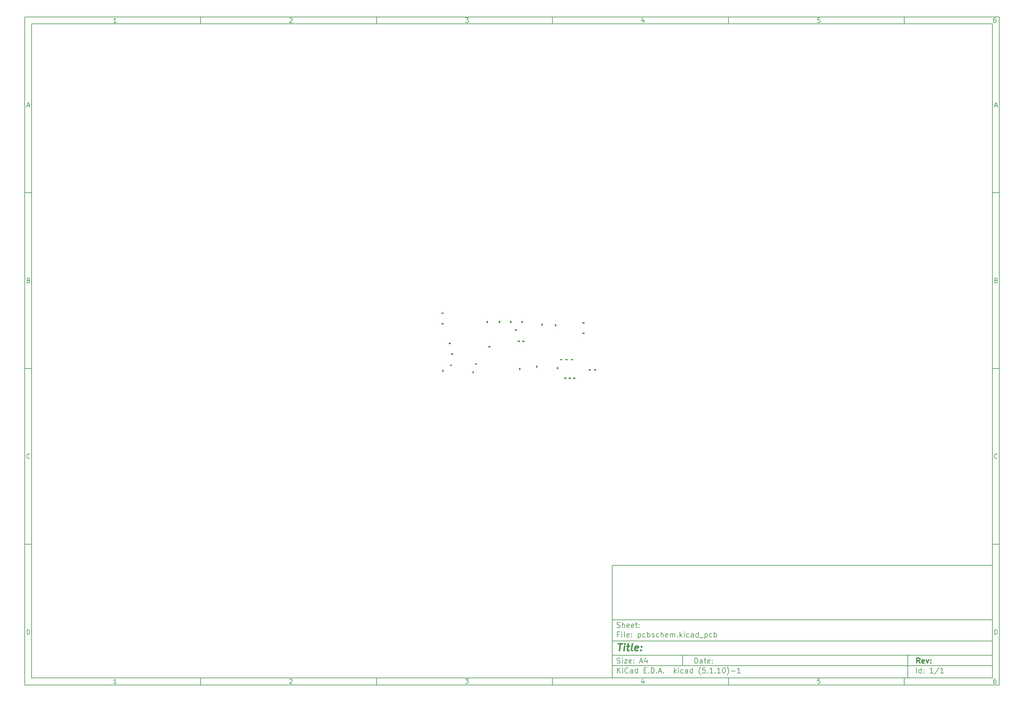
<source format=gbr>
%TF.GenerationSoftware,KiCad,Pcbnew,(5.1.10)-1*%
%TF.CreationDate,2021-10-05T18:10:51-07:00*%
%TF.ProjectId,pcbschem,70636273-6368-4656-9d2e-6b696361645f,rev?*%
%TF.SameCoordinates,Original*%
%TF.FileFunction,Glue,Top*%
%TF.FilePolarity,Positive*%
%FSLAX46Y46*%
G04 Gerber Fmt 4.6, Leading zero omitted, Abs format (unit mm)*
G04 Created by KiCad (PCBNEW (5.1.10)-1) date 2021-10-05 18:10:51*
%MOMM*%
%LPD*%
G01*
G04 APERTURE LIST*
%ADD10C,0.100000*%
%ADD11C,0.150000*%
%ADD12C,0.300000*%
%ADD13C,0.400000*%
G04 APERTURE END LIST*
D10*
D11*
X177002200Y-166007200D02*
X177002200Y-198007200D01*
X285002200Y-198007200D01*
X285002200Y-166007200D01*
X177002200Y-166007200D01*
D10*
D11*
X10000000Y-10000000D02*
X10000000Y-200007200D01*
X287002200Y-200007200D01*
X287002200Y-10000000D01*
X10000000Y-10000000D01*
D10*
D11*
X12000000Y-12000000D02*
X12000000Y-198007200D01*
X285002200Y-198007200D01*
X285002200Y-12000000D01*
X12000000Y-12000000D01*
D10*
D11*
X60000000Y-12000000D02*
X60000000Y-10000000D01*
D10*
D11*
X110000000Y-12000000D02*
X110000000Y-10000000D01*
D10*
D11*
X160000000Y-12000000D02*
X160000000Y-10000000D01*
D10*
D11*
X210000000Y-12000000D02*
X210000000Y-10000000D01*
D10*
D11*
X260000000Y-12000000D02*
X260000000Y-10000000D01*
D10*
D11*
X36065476Y-11588095D02*
X35322619Y-11588095D01*
X35694047Y-11588095D02*
X35694047Y-10288095D01*
X35570238Y-10473809D01*
X35446428Y-10597619D01*
X35322619Y-10659523D01*
D10*
D11*
X85322619Y-10411904D02*
X85384523Y-10350000D01*
X85508333Y-10288095D01*
X85817857Y-10288095D01*
X85941666Y-10350000D01*
X86003571Y-10411904D01*
X86065476Y-10535714D01*
X86065476Y-10659523D01*
X86003571Y-10845238D01*
X85260714Y-11588095D01*
X86065476Y-11588095D01*
D10*
D11*
X135260714Y-10288095D02*
X136065476Y-10288095D01*
X135632142Y-10783333D01*
X135817857Y-10783333D01*
X135941666Y-10845238D01*
X136003571Y-10907142D01*
X136065476Y-11030952D01*
X136065476Y-11340476D01*
X136003571Y-11464285D01*
X135941666Y-11526190D01*
X135817857Y-11588095D01*
X135446428Y-11588095D01*
X135322619Y-11526190D01*
X135260714Y-11464285D01*
D10*
D11*
X185941666Y-10721428D02*
X185941666Y-11588095D01*
X185632142Y-10226190D02*
X185322619Y-11154761D01*
X186127380Y-11154761D01*
D10*
D11*
X236003571Y-10288095D02*
X235384523Y-10288095D01*
X235322619Y-10907142D01*
X235384523Y-10845238D01*
X235508333Y-10783333D01*
X235817857Y-10783333D01*
X235941666Y-10845238D01*
X236003571Y-10907142D01*
X236065476Y-11030952D01*
X236065476Y-11340476D01*
X236003571Y-11464285D01*
X235941666Y-11526190D01*
X235817857Y-11588095D01*
X235508333Y-11588095D01*
X235384523Y-11526190D01*
X235322619Y-11464285D01*
D10*
D11*
X285941666Y-10288095D02*
X285694047Y-10288095D01*
X285570238Y-10350000D01*
X285508333Y-10411904D01*
X285384523Y-10597619D01*
X285322619Y-10845238D01*
X285322619Y-11340476D01*
X285384523Y-11464285D01*
X285446428Y-11526190D01*
X285570238Y-11588095D01*
X285817857Y-11588095D01*
X285941666Y-11526190D01*
X286003571Y-11464285D01*
X286065476Y-11340476D01*
X286065476Y-11030952D01*
X286003571Y-10907142D01*
X285941666Y-10845238D01*
X285817857Y-10783333D01*
X285570238Y-10783333D01*
X285446428Y-10845238D01*
X285384523Y-10907142D01*
X285322619Y-11030952D01*
D10*
D11*
X60000000Y-198007200D02*
X60000000Y-200007200D01*
D10*
D11*
X110000000Y-198007200D02*
X110000000Y-200007200D01*
D10*
D11*
X160000000Y-198007200D02*
X160000000Y-200007200D01*
D10*
D11*
X210000000Y-198007200D02*
X210000000Y-200007200D01*
D10*
D11*
X260000000Y-198007200D02*
X260000000Y-200007200D01*
D10*
D11*
X36065476Y-199595295D02*
X35322619Y-199595295D01*
X35694047Y-199595295D02*
X35694047Y-198295295D01*
X35570238Y-198481009D01*
X35446428Y-198604819D01*
X35322619Y-198666723D01*
D10*
D11*
X85322619Y-198419104D02*
X85384523Y-198357200D01*
X85508333Y-198295295D01*
X85817857Y-198295295D01*
X85941666Y-198357200D01*
X86003571Y-198419104D01*
X86065476Y-198542914D01*
X86065476Y-198666723D01*
X86003571Y-198852438D01*
X85260714Y-199595295D01*
X86065476Y-199595295D01*
D10*
D11*
X135260714Y-198295295D02*
X136065476Y-198295295D01*
X135632142Y-198790533D01*
X135817857Y-198790533D01*
X135941666Y-198852438D01*
X136003571Y-198914342D01*
X136065476Y-199038152D01*
X136065476Y-199347676D01*
X136003571Y-199471485D01*
X135941666Y-199533390D01*
X135817857Y-199595295D01*
X135446428Y-199595295D01*
X135322619Y-199533390D01*
X135260714Y-199471485D01*
D10*
D11*
X185941666Y-198728628D02*
X185941666Y-199595295D01*
X185632142Y-198233390D02*
X185322619Y-199161961D01*
X186127380Y-199161961D01*
D10*
D11*
X236003571Y-198295295D02*
X235384523Y-198295295D01*
X235322619Y-198914342D01*
X235384523Y-198852438D01*
X235508333Y-198790533D01*
X235817857Y-198790533D01*
X235941666Y-198852438D01*
X236003571Y-198914342D01*
X236065476Y-199038152D01*
X236065476Y-199347676D01*
X236003571Y-199471485D01*
X235941666Y-199533390D01*
X235817857Y-199595295D01*
X235508333Y-199595295D01*
X235384523Y-199533390D01*
X235322619Y-199471485D01*
D10*
D11*
X285941666Y-198295295D02*
X285694047Y-198295295D01*
X285570238Y-198357200D01*
X285508333Y-198419104D01*
X285384523Y-198604819D01*
X285322619Y-198852438D01*
X285322619Y-199347676D01*
X285384523Y-199471485D01*
X285446428Y-199533390D01*
X285570238Y-199595295D01*
X285817857Y-199595295D01*
X285941666Y-199533390D01*
X286003571Y-199471485D01*
X286065476Y-199347676D01*
X286065476Y-199038152D01*
X286003571Y-198914342D01*
X285941666Y-198852438D01*
X285817857Y-198790533D01*
X285570238Y-198790533D01*
X285446428Y-198852438D01*
X285384523Y-198914342D01*
X285322619Y-199038152D01*
D10*
D11*
X10000000Y-60000000D02*
X12000000Y-60000000D01*
D10*
D11*
X10000000Y-110000000D02*
X12000000Y-110000000D01*
D10*
D11*
X10000000Y-160000000D02*
X12000000Y-160000000D01*
D10*
D11*
X10690476Y-35216666D02*
X11309523Y-35216666D01*
X10566666Y-35588095D02*
X11000000Y-34288095D01*
X11433333Y-35588095D01*
D10*
D11*
X11092857Y-84907142D02*
X11278571Y-84969047D01*
X11340476Y-85030952D01*
X11402380Y-85154761D01*
X11402380Y-85340476D01*
X11340476Y-85464285D01*
X11278571Y-85526190D01*
X11154761Y-85588095D01*
X10659523Y-85588095D01*
X10659523Y-84288095D01*
X11092857Y-84288095D01*
X11216666Y-84350000D01*
X11278571Y-84411904D01*
X11340476Y-84535714D01*
X11340476Y-84659523D01*
X11278571Y-84783333D01*
X11216666Y-84845238D01*
X11092857Y-84907142D01*
X10659523Y-84907142D01*
D10*
D11*
X11402380Y-135464285D02*
X11340476Y-135526190D01*
X11154761Y-135588095D01*
X11030952Y-135588095D01*
X10845238Y-135526190D01*
X10721428Y-135402380D01*
X10659523Y-135278571D01*
X10597619Y-135030952D01*
X10597619Y-134845238D01*
X10659523Y-134597619D01*
X10721428Y-134473809D01*
X10845238Y-134350000D01*
X11030952Y-134288095D01*
X11154761Y-134288095D01*
X11340476Y-134350000D01*
X11402380Y-134411904D01*
D10*
D11*
X10659523Y-185588095D02*
X10659523Y-184288095D01*
X10969047Y-184288095D01*
X11154761Y-184350000D01*
X11278571Y-184473809D01*
X11340476Y-184597619D01*
X11402380Y-184845238D01*
X11402380Y-185030952D01*
X11340476Y-185278571D01*
X11278571Y-185402380D01*
X11154761Y-185526190D01*
X10969047Y-185588095D01*
X10659523Y-185588095D01*
D10*
D11*
X287002200Y-60000000D02*
X285002200Y-60000000D01*
D10*
D11*
X287002200Y-110000000D02*
X285002200Y-110000000D01*
D10*
D11*
X287002200Y-160000000D02*
X285002200Y-160000000D01*
D10*
D11*
X285692676Y-35216666D02*
X286311723Y-35216666D01*
X285568866Y-35588095D02*
X286002200Y-34288095D01*
X286435533Y-35588095D01*
D10*
D11*
X286095057Y-84907142D02*
X286280771Y-84969047D01*
X286342676Y-85030952D01*
X286404580Y-85154761D01*
X286404580Y-85340476D01*
X286342676Y-85464285D01*
X286280771Y-85526190D01*
X286156961Y-85588095D01*
X285661723Y-85588095D01*
X285661723Y-84288095D01*
X286095057Y-84288095D01*
X286218866Y-84350000D01*
X286280771Y-84411904D01*
X286342676Y-84535714D01*
X286342676Y-84659523D01*
X286280771Y-84783333D01*
X286218866Y-84845238D01*
X286095057Y-84907142D01*
X285661723Y-84907142D01*
D10*
D11*
X286404580Y-135464285D02*
X286342676Y-135526190D01*
X286156961Y-135588095D01*
X286033152Y-135588095D01*
X285847438Y-135526190D01*
X285723628Y-135402380D01*
X285661723Y-135278571D01*
X285599819Y-135030952D01*
X285599819Y-134845238D01*
X285661723Y-134597619D01*
X285723628Y-134473809D01*
X285847438Y-134350000D01*
X286033152Y-134288095D01*
X286156961Y-134288095D01*
X286342676Y-134350000D01*
X286404580Y-134411904D01*
D10*
D11*
X285661723Y-185588095D02*
X285661723Y-184288095D01*
X285971247Y-184288095D01*
X286156961Y-184350000D01*
X286280771Y-184473809D01*
X286342676Y-184597619D01*
X286404580Y-184845238D01*
X286404580Y-185030952D01*
X286342676Y-185278571D01*
X286280771Y-185402380D01*
X286156961Y-185526190D01*
X285971247Y-185588095D01*
X285661723Y-185588095D01*
D10*
D11*
X200434342Y-193785771D02*
X200434342Y-192285771D01*
X200791485Y-192285771D01*
X201005771Y-192357200D01*
X201148628Y-192500057D01*
X201220057Y-192642914D01*
X201291485Y-192928628D01*
X201291485Y-193142914D01*
X201220057Y-193428628D01*
X201148628Y-193571485D01*
X201005771Y-193714342D01*
X200791485Y-193785771D01*
X200434342Y-193785771D01*
X202577200Y-193785771D02*
X202577200Y-193000057D01*
X202505771Y-192857200D01*
X202362914Y-192785771D01*
X202077200Y-192785771D01*
X201934342Y-192857200D01*
X202577200Y-193714342D02*
X202434342Y-193785771D01*
X202077200Y-193785771D01*
X201934342Y-193714342D01*
X201862914Y-193571485D01*
X201862914Y-193428628D01*
X201934342Y-193285771D01*
X202077200Y-193214342D01*
X202434342Y-193214342D01*
X202577200Y-193142914D01*
X203077200Y-192785771D02*
X203648628Y-192785771D01*
X203291485Y-192285771D02*
X203291485Y-193571485D01*
X203362914Y-193714342D01*
X203505771Y-193785771D01*
X203648628Y-193785771D01*
X204720057Y-193714342D02*
X204577200Y-193785771D01*
X204291485Y-193785771D01*
X204148628Y-193714342D01*
X204077200Y-193571485D01*
X204077200Y-193000057D01*
X204148628Y-192857200D01*
X204291485Y-192785771D01*
X204577200Y-192785771D01*
X204720057Y-192857200D01*
X204791485Y-193000057D01*
X204791485Y-193142914D01*
X204077200Y-193285771D01*
X205434342Y-193642914D02*
X205505771Y-193714342D01*
X205434342Y-193785771D01*
X205362914Y-193714342D01*
X205434342Y-193642914D01*
X205434342Y-193785771D01*
X205434342Y-192857200D02*
X205505771Y-192928628D01*
X205434342Y-193000057D01*
X205362914Y-192928628D01*
X205434342Y-192857200D01*
X205434342Y-193000057D01*
D10*
D11*
X177002200Y-194507200D02*
X285002200Y-194507200D01*
D10*
D11*
X178434342Y-196585771D02*
X178434342Y-195085771D01*
X179291485Y-196585771D02*
X178648628Y-195728628D01*
X179291485Y-195085771D02*
X178434342Y-195942914D01*
X179934342Y-196585771D02*
X179934342Y-195585771D01*
X179934342Y-195085771D02*
X179862914Y-195157200D01*
X179934342Y-195228628D01*
X180005771Y-195157200D01*
X179934342Y-195085771D01*
X179934342Y-195228628D01*
X181505771Y-196442914D02*
X181434342Y-196514342D01*
X181220057Y-196585771D01*
X181077200Y-196585771D01*
X180862914Y-196514342D01*
X180720057Y-196371485D01*
X180648628Y-196228628D01*
X180577200Y-195942914D01*
X180577200Y-195728628D01*
X180648628Y-195442914D01*
X180720057Y-195300057D01*
X180862914Y-195157200D01*
X181077200Y-195085771D01*
X181220057Y-195085771D01*
X181434342Y-195157200D01*
X181505771Y-195228628D01*
X182791485Y-196585771D02*
X182791485Y-195800057D01*
X182720057Y-195657200D01*
X182577200Y-195585771D01*
X182291485Y-195585771D01*
X182148628Y-195657200D01*
X182791485Y-196514342D02*
X182648628Y-196585771D01*
X182291485Y-196585771D01*
X182148628Y-196514342D01*
X182077200Y-196371485D01*
X182077200Y-196228628D01*
X182148628Y-196085771D01*
X182291485Y-196014342D01*
X182648628Y-196014342D01*
X182791485Y-195942914D01*
X184148628Y-196585771D02*
X184148628Y-195085771D01*
X184148628Y-196514342D02*
X184005771Y-196585771D01*
X183720057Y-196585771D01*
X183577200Y-196514342D01*
X183505771Y-196442914D01*
X183434342Y-196300057D01*
X183434342Y-195871485D01*
X183505771Y-195728628D01*
X183577200Y-195657200D01*
X183720057Y-195585771D01*
X184005771Y-195585771D01*
X184148628Y-195657200D01*
X186005771Y-195800057D02*
X186505771Y-195800057D01*
X186720057Y-196585771D02*
X186005771Y-196585771D01*
X186005771Y-195085771D01*
X186720057Y-195085771D01*
X187362914Y-196442914D02*
X187434342Y-196514342D01*
X187362914Y-196585771D01*
X187291485Y-196514342D01*
X187362914Y-196442914D01*
X187362914Y-196585771D01*
X188077200Y-196585771D02*
X188077200Y-195085771D01*
X188434342Y-195085771D01*
X188648628Y-195157200D01*
X188791485Y-195300057D01*
X188862914Y-195442914D01*
X188934342Y-195728628D01*
X188934342Y-195942914D01*
X188862914Y-196228628D01*
X188791485Y-196371485D01*
X188648628Y-196514342D01*
X188434342Y-196585771D01*
X188077200Y-196585771D01*
X189577200Y-196442914D02*
X189648628Y-196514342D01*
X189577200Y-196585771D01*
X189505771Y-196514342D01*
X189577200Y-196442914D01*
X189577200Y-196585771D01*
X190220057Y-196157200D02*
X190934342Y-196157200D01*
X190077200Y-196585771D02*
X190577200Y-195085771D01*
X191077200Y-196585771D01*
X191577200Y-196442914D02*
X191648628Y-196514342D01*
X191577200Y-196585771D01*
X191505771Y-196514342D01*
X191577200Y-196442914D01*
X191577200Y-196585771D01*
X194577200Y-196585771D02*
X194577200Y-195085771D01*
X194720057Y-196014342D02*
X195148628Y-196585771D01*
X195148628Y-195585771D02*
X194577200Y-196157200D01*
X195791485Y-196585771D02*
X195791485Y-195585771D01*
X195791485Y-195085771D02*
X195720057Y-195157200D01*
X195791485Y-195228628D01*
X195862914Y-195157200D01*
X195791485Y-195085771D01*
X195791485Y-195228628D01*
X197148628Y-196514342D02*
X197005771Y-196585771D01*
X196720057Y-196585771D01*
X196577200Y-196514342D01*
X196505771Y-196442914D01*
X196434342Y-196300057D01*
X196434342Y-195871485D01*
X196505771Y-195728628D01*
X196577200Y-195657200D01*
X196720057Y-195585771D01*
X197005771Y-195585771D01*
X197148628Y-195657200D01*
X198434342Y-196585771D02*
X198434342Y-195800057D01*
X198362914Y-195657200D01*
X198220057Y-195585771D01*
X197934342Y-195585771D01*
X197791485Y-195657200D01*
X198434342Y-196514342D02*
X198291485Y-196585771D01*
X197934342Y-196585771D01*
X197791485Y-196514342D01*
X197720057Y-196371485D01*
X197720057Y-196228628D01*
X197791485Y-196085771D01*
X197934342Y-196014342D01*
X198291485Y-196014342D01*
X198434342Y-195942914D01*
X199791485Y-196585771D02*
X199791485Y-195085771D01*
X199791485Y-196514342D02*
X199648628Y-196585771D01*
X199362914Y-196585771D01*
X199220057Y-196514342D01*
X199148628Y-196442914D01*
X199077200Y-196300057D01*
X199077200Y-195871485D01*
X199148628Y-195728628D01*
X199220057Y-195657200D01*
X199362914Y-195585771D01*
X199648628Y-195585771D01*
X199791485Y-195657200D01*
X202077200Y-197157200D02*
X202005771Y-197085771D01*
X201862914Y-196871485D01*
X201791485Y-196728628D01*
X201720057Y-196514342D01*
X201648628Y-196157200D01*
X201648628Y-195871485D01*
X201720057Y-195514342D01*
X201791485Y-195300057D01*
X201862914Y-195157200D01*
X202005771Y-194942914D01*
X202077200Y-194871485D01*
X203362914Y-195085771D02*
X202648628Y-195085771D01*
X202577200Y-195800057D01*
X202648628Y-195728628D01*
X202791485Y-195657200D01*
X203148628Y-195657200D01*
X203291485Y-195728628D01*
X203362914Y-195800057D01*
X203434342Y-195942914D01*
X203434342Y-196300057D01*
X203362914Y-196442914D01*
X203291485Y-196514342D01*
X203148628Y-196585771D01*
X202791485Y-196585771D01*
X202648628Y-196514342D01*
X202577200Y-196442914D01*
X204077200Y-196442914D02*
X204148628Y-196514342D01*
X204077200Y-196585771D01*
X204005771Y-196514342D01*
X204077200Y-196442914D01*
X204077200Y-196585771D01*
X205577200Y-196585771D02*
X204720057Y-196585771D01*
X205148628Y-196585771D02*
X205148628Y-195085771D01*
X205005771Y-195300057D01*
X204862914Y-195442914D01*
X204720057Y-195514342D01*
X206220057Y-196442914D02*
X206291485Y-196514342D01*
X206220057Y-196585771D01*
X206148628Y-196514342D01*
X206220057Y-196442914D01*
X206220057Y-196585771D01*
X207720057Y-196585771D02*
X206862914Y-196585771D01*
X207291485Y-196585771D02*
X207291485Y-195085771D01*
X207148628Y-195300057D01*
X207005771Y-195442914D01*
X206862914Y-195514342D01*
X208648628Y-195085771D02*
X208791485Y-195085771D01*
X208934342Y-195157200D01*
X209005771Y-195228628D01*
X209077200Y-195371485D01*
X209148628Y-195657200D01*
X209148628Y-196014342D01*
X209077200Y-196300057D01*
X209005771Y-196442914D01*
X208934342Y-196514342D01*
X208791485Y-196585771D01*
X208648628Y-196585771D01*
X208505771Y-196514342D01*
X208434342Y-196442914D01*
X208362914Y-196300057D01*
X208291485Y-196014342D01*
X208291485Y-195657200D01*
X208362914Y-195371485D01*
X208434342Y-195228628D01*
X208505771Y-195157200D01*
X208648628Y-195085771D01*
X209648628Y-197157200D02*
X209720057Y-197085771D01*
X209862914Y-196871485D01*
X209934342Y-196728628D01*
X210005771Y-196514342D01*
X210077200Y-196157200D01*
X210077200Y-195871485D01*
X210005771Y-195514342D01*
X209934342Y-195300057D01*
X209862914Y-195157200D01*
X209720057Y-194942914D01*
X209648628Y-194871485D01*
X210791485Y-196014342D02*
X211934342Y-196014342D01*
X213434342Y-196585771D02*
X212577200Y-196585771D01*
X213005771Y-196585771D02*
X213005771Y-195085771D01*
X212862914Y-195300057D01*
X212720057Y-195442914D01*
X212577200Y-195514342D01*
D10*
D11*
X177002200Y-191507200D02*
X285002200Y-191507200D01*
D10*
D12*
X264411485Y-193785771D02*
X263911485Y-193071485D01*
X263554342Y-193785771D02*
X263554342Y-192285771D01*
X264125771Y-192285771D01*
X264268628Y-192357200D01*
X264340057Y-192428628D01*
X264411485Y-192571485D01*
X264411485Y-192785771D01*
X264340057Y-192928628D01*
X264268628Y-193000057D01*
X264125771Y-193071485D01*
X263554342Y-193071485D01*
X265625771Y-193714342D02*
X265482914Y-193785771D01*
X265197200Y-193785771D01*
X265054342Y-193714342D01*
X264982914Y-193571485D01*
X264982914Y-193000057D01*
X265054342Y-192857200D01*
X265197200Y-192785771D01*
X265482914Y-192785771D01*
X265625771Y-192857200D01*
X265697200Y-193000057D01*
X265697200Y-193142914D01*
X264982914Y-193285771D01*
X266197200Y-192785771D02*
X266554342Y-193785771D01*
X266911485Y-192785771D01*
X267482914Y-193642914D02*
X267554342Y-193714342D01*
X267482914Y-193785771D01*
X267411485Y-193714342D01*
X267482914Y-193642914D01*
X267482914Y-193785771D01*
X267482914Y-192857200D02*
X267554342Y-192928628D01*
X267482914Y-193000057D01*
X267411485Y-192928628D01*
X267482914Y-192857200D01*
X267482914Y-193000057D01*
D10*
D11*
X178362914Y-193714342D02*
X178577200Y-193785771D01*
X178934342Y-193785771D01*
X179077200Y-193714342D01*
X179148628Y-193642914D01*
X179220057Y-193500057D01*
X179220057Y-193357200D01*
X179148628Y-193214342D01*
X179077200Y-193142914D01*
X178934342Y-193071485D01*
X178648628Y-193000057D01*
X178505771Y-192928628D01*
X178434342Y-192857200D01*
X178362914Y-192714342D01*
X178362914Y-192571485D01*
X178434342Y-192428628D01*
X178505771Y-192357200D01*
X178648628Y-192285771D01*
X179005771Y-192285771D01*
X179220057Y-192357200D01*
X179862914Y-193785771D02*
X179862914Y-192785771D01*
X179862914Y-192285771D02*
X179791485Y-192357200D01*
X179862914Y-192428628D01*
X179934342Y-192357200D01*
X179862914Y-192285771D01*
X179862914Y-192428628D01*
X180434342Y-192785771D02*
X181220057Y-192785771D01*
X180434342Y-193785771D01*
X181220057Y-193785771D01*
X182362914Y-193714342D02*
X182220057Y-193785771D01*
X181934342Y-193785771D01*
X181791485Y-193714342D01*
X181720057Y-193571485D01*
X181720057Y-193000057D01*
X181791485Y-192857200D01*
X181934342Y-192785771D01*
X182220057Y-192785771D01*
X182362914Y-192857200D01*
X182434342Y-193000057D01*
X182434342Y-193142914D01*
X181720057Y-193285771D01*
X183077200Y-193642914D02*
X183148628Y-193714342D01*
X183077200Y-193785771D01*
X183005771Y-193714342D01*
X183077200Y-193642914D01*
X183077200Y-193785771D01*
X183077200Y-192857200D02*
X183148628Y-192928628D01*
X183077200Y-193000057D01*
X183005771Y-192928628D01*
X183077200Y-192857200D01*
X183077200Y-193000057D01*
X184862914Y-193357200D02*
X185577200Y-193357200D01*
X184720057Y-193785771D02*
X185220057Y-192285771D01*
X185720057Y-193785771D01*
X186862914Y-192785771D02*
X186862914Y-193785771D01*
X186505771Y-192214342D02*
X186148628Y-193285771D01*
X187077200Y-193285771D01*
D10*
D11*
X263434342Y-196585771D02*
X263434342Y-195085771D01*
X264791485Y-196585771D02*
X264791485Y-195085771D01*
X264791485Y-196514342D02*
X264648628Y-196585771D01*
X264362914Y-196585771D01*
X264220057Y-196514342D01*
X264148628Y-196442914D01*
X264077200Y-196300057D01*
X264077200Y-195871485D01*
X264148628Y-195728628D01*
X264220057Y-195657200D01*
X264362914Y-195585771D01*
X264648628Y-195585771D01*
X264791485Y-195657200D01*
X265505771Y-196442914D02*
X265577200Y-196514342D01*
X265505771Y-196585771D01*
X265434342Y-196514342D01*
X265505771Y-196442914D01*
X265505771Y-196585771D01*
X265505771Y-195657200D02*
X265577200Y-195728628D01*
X265505771Y-195800057D01*
X265434342Y-195728628D01*
X265505771Y-195657200D01*
X265505771Y-195800057D01*
X268148628Y-196585771D02*
X267291485Y-196585771D01*
X267720057Y-196585771D02*
X267720057Y-195085771D01*
X267577200Y-195300057D01*
X267434342Y-195442914D01*
X267291485Y-195514342D01*
X269862914Y-195014342D02*
X268577200Y-196942914D01*
X271148628Y-196585771D02*
X270291485Y-196585771D01*
X270720057Y-196585771D02*
X270720057Y-195085771D01*
X270577200Y-195300057D01*
X270434342Y-195442914D01*
X270291485Y-195514342D01*
D10*
D11*
X177002200Y-187507200D02*
X285002200Y-187507200D01*
D10*
D13*
X178714580Y-188211961D02*
X179857438Y-188211961D01*
X179036009Y-190211961D02*
X179286009Y-188211961D01*
X180274104Y-190211961D02*
X180440771Y-188878628D01*
X180524104Y-188211961D02*
X180416961Y-188307200D01*
X180500295Y-188402438D01*
X180607438Y-188307200D01*
X180524104Y-188211961D01*
X180500295Y-188402438D01*
X181107438Y-188878628D02*
X181869342Y-188878628D01*
X181476485Y-188211961D02*
X181262200Y-189926247D01*
X181333628Y-190116723D01*
X181512200Y-190211961D01*
X181702676Y-190211961D01*
X182655057Y-190211961D02*
X182476485Y-190116723D01*
X182405057Y-189926247D01*
X182619342Y-188211961D01*
X184190771Y-190116723D02*
X183988390Y-190211961D01*
X183607438Y-190211961D01*
X183428866Y-190116723D01*
X183357438Y-189926247D01*
X183452676Y-189164342D01*
X183571723Y-188973866D01*
X183774104Y-188878628D01*
X184155057Y-188878628D01*
X184333628Y-188973866D01*
X184405057Y-189164342D01*
X184381247Y-189354819D01*
X183405057Y-189545295D01*
X185155057Y-190021485D02*
X185238390Y-190116723D01*
X185131247Y-190211961D01*
X185047914Y-190116723D01*
X185155057Y-190021485D01*
X185131247Y-190211961D01*
X185286009Y-188973866D02*
X185369342Y-189069104D01*
X185262200Y-189164342D01*
X185178866Y-189069104D01*
X185286009Y-188973866D01*
X185262200Y-189164342D01*
D10*
D11*
X178934342Y-185600057D02*
X178434342Y-185600057D01*
X178434342Y-186385771D02*
X178434342Y-184885771D01*
X179148628Y-184885771D01*
X179720057Y-186385771D02*
X179720057Y-185385771D01*
X179720057Y-184885771D02*
X179648628Y-184957200D01*
X179720057Y-185028628D01*
X179791485Y-184957200D01*
X179720057Y-184885771D01*
X179720057Y-185028628D01*
X180648628Y-186385771D02*
X180505771Y-186314342D01*
X180434342Y-186171485D01*
X180434342Y-184885771D01*
X181791485Y-186314342D02*
X181648628Y-186385771D01*
X181362914Y-186385771D01*
X181220057Y-186314342D01*
X181148628Y-186171485D01*
X181148628Y-185600057D01*
X181220057Y-185457200D01*
X181362914Y-185385771D01*
X181648628Y-185385771D01*
X181791485Y-185457200D01*
X181862914Y-185600057D01*
X181862914Y-185742914D01*
X181148628Y-185885771D01*
X182505771Y-186242914D02*
X182577200Y-186314342D01*
X182505771Y-186385771D01*
X182434342Y-186314342D01*
X182505771Y-186242914D01*
X182505771Y-186385771D01*
X182505771Y-185457200D02*
X182577200Y-185528628D01*
X182505771Y-185600057D01*
X182434342Y-185528628D01*
X182505771Y-185457200D01*
X182505771Y-185600057D01*
X184362914Y-185385771D02*
X184362914Y-186885771D01*
X184362914Y-185457200D02*
X184505771Y-185385771D01*
X184791485Y-185385771D01*
X184934342Y-185457200D01*
X185005771Y-185528628D01*
X185077200Y-185671485D01*
X185077200Y-186100057D01*
X185005771Y-186242914D01*
X184934342Y-186314342D01*
X184791485Y-186385771D01*
X184505771Y-186385771D01*
X184362914Y-186314342D01*
X186362914Y-186314342D02*
X186220057Y-186385771D01*
X185934342Y-186385771D01*
X185791485Y-186314342D01*
X185720057Y-186242914D01*
X185648628Y-186100057D01*
X185648628Y-185671485D01*
X185720057Y-185528628D01*
X185791485Y-185457200D01*
X185934342Y-185385771D01*
X186220057Y-185385771D01*
X186362914Y-185457200D01*
X187005771Y-186385771D02*
X187005771Y-184885771D01*
X187005771Y-185457200D02*
X187148628Y-185385771D01*
X187434342Y-185385771D01*
X187577200Y-185457200D01*
X187648628Y-185528628D01*
X187720057Y-185671485D01*
X187720057Y-186100057D01*
X187648628Y-186242914D01*
X187577200Y-186314342D01*
X187434342Y-186385771D01*
X187148628Y-186385771D01*
X187005771Y-186314342D01*
X188291485Y-186314342D02*
X188434342Y-186385771D01*
X188720057Y-186385771D01*
X188862914Y-186314342D01*
X188934342Y-186171485D01*
X188934342Y-186100057D01*
X188862914Y-185957200D01*
X188720057Y-185885771D01*
X188505771Y-185885771D01*
X188362914Y-185814342D01*
X188291485Y-185671485D01*
X188291485Y-185600057D01*
X188362914Y-185457200D01*
X188505771Y-185385771D01*
X188720057Y-185385771D01*
X188862914Y-185457200D01*
X190220057Y-186314342D02*
X190077200Y-186385771D01*
X189791485Y-186385771D01*
X189648628Y-186314342D01*
X189577200Y-186242914D01*
X189505771Y-186100057D01*
X189505771Y-185671485D01*
X189577200Y-185528628D01*
X189648628Y-185457200D01*
X189791485Y-185385771D01*
X190077200Y-185385771D01*
X190220057Y-185457200D01*
X190862914Y-186385771D02*
X190862914Y-184885771D01*
X191505771Y-186385771D02*
X191505771Y-185600057D01*
X191434342Y-185457200D01*
X191291485Y-185385771D01*
X191077200Y-185385771D01*
X190934342Y-185457200D01*
X190862914Y-185528628D01*
X192791485Y-186314342D02*
X192648628Y-186385771D01*
X192362914Y-186385771D01*
X192220057Y-186314342D01*
X192148628Y-186171485D01*
X192148628Y-185600057D01*
X192220057Y-185457200D01*
X192362914Y-185385771D01*
X192648628Y-185385771D01*
X192791485Y-185457200D01*
X192862914Y-185600057D01*
X192862914Y-185742914D01*
X192148628Y-185885771D01*
X193505771Y-186385771D02*
X193505771Y-185385771D01*
X193505771Y-185528628D02*
X193577200Y-185457200D01*
X193720057Y-185385771D01*
X193934342Y-185385771D01*
X194077200Y-185457200D01*
X194148628Y-185600057D01*
X194148628Y-186385771D01*
X194148628Y-185600057D02*
X194220057Y-185457200D01*
X194362914Y-185385771D01*
X194577200Y-185385771D01*
X194720057Y-185457200D01*
X194791485Y-185600057D01*
X194791485Y-186385771D01*
X195505771Y-186242914D02*
X195577200Y-186314342D01*
X195505771Y-186385771D01*
X195434342Y-186314342D01*
X195505771Y-186242914D01*
X195505771Y-186385771D01*
X196220057Y-186385771D02*
X196220057Y-184885771D01*
X196362914Y-185814342D02*
X196791485Y-186385771D01*
X196791485Y-185385771D02*
X196220057Y-185957200D01*
X197434342Y-186385771D02*
X197434342Y-185385771D01*
X197434342Y-184885771D02*
X197362914Y-184957200D01*
X197434342Y-185028628D01*
X197505771Y-184957200D01*
X197434342Y-184885771D01*
X197434342Y-185028628D01*
X198791485Y-186314342D02*
X198648628Y-186385771D01*
X198362914Y-186385771D01*
X198220057Y-186314342D01*
X198148628Y-186242914D01*
X198077200Y-186100057D01*
X198077200Y-185671485D01*
X198148628Y-185528628D01*
X198220057Y-185457200D01*
X198362914Y-185385771D01*
X198648628Y-185385771D01*
X198791485Y-185457200D01*
X200077200Y-186385771D02*
X200077200Y-185600057D01*
X200005771Y-185457200D01*
X199862914Y-185385771D01*
X199577200Y-185385771D01*
X199434342Y-185457200D01*
X200077200Y-186314342D02*
X199934342Y-186385771D01*
X199577200Y-186385771D01*
X199434342Y-186314342D01*
X199362914Y-186171485D01*
X199362914Y-186028628D01*
X199434342Y-185885771D01*
X199577200Y-185814342D01*
X199934342Y-185814342D01*
X200077200Y-185742914D01*
X201434342Y-186385771D02*
X201434342Y-184885771D01*
X201434342Y-186314342D02*
X201291485Y-186385771D01*
X201005771Y-186385771D01*
X200862914Y-186314342D01*
X200791485Y-186242914D01*
X200720057Y-186100057D01*
X200720057Y-185671485D01*
X200791485Y-185528628D01*
X200862914Y-185457200D01*
X201005771Y-185385771D01*
X201291485Y-185385771D01*
X201434342Y-185457200D01*
X201791485Y-186528628D02*
X202934342Y-186528628D01*
X203291485Y-185385771D02*
X203291485Y-186885771D01*
X203291485Y-185457200D02*
X203434342Y-185385771D01*
X203720057Y-185385771D01*
X203862914Y-185457200D01*
X203934342Y-185528628D01*
X204005771Y-185671485D01*
X204005771Y-186100057D01*
X203934342Y-186242914D01*
X203862914Y-186314342D01*
X203720057Y-186385771D01*
X203434342Y-186385771D01*
X203291485Y-186314342D01*
X205291485Y-186314342D02*
X205148628Y-186385771D01*
X204862914Y-186385771D01*
X204720057Y-186314342D01*
X204648628Y-186242914D01*
X204577200Y-186100057D01*
X204577200Y-185671485D01*
X204648628Y-185528628D01*
X204720057Y-185457200D01*
X204862914Y-185385771D01*
X205148628Y-185385771D01*
X205291485Y-185457200D01*
X205934342Y-186385771D02*
X205934342Y-184885771D01*
X205934342Y-185457200D02*
X206077200Y-185385771D01*
X206362914Y-185385771D01*
X206505771Y-185457200D01*
X206577200Y-185528628D01*
X206648628Y-185671485D01*
X206648628Y-186100057D01*
X206577200Y-186242914D01*
X206505771Y-186314342D01*
X206362914Y-186385771D01*
X206077200Y-186385771D01*
X205934342Y-186314342D01*
D10*
D11*
X177002200Y-181507200D02*
X285002200Y-181507200D01*
D10*
D11*
X178362914Y-183614342D02*
X178577200Y-183685771D01*
X178934342Y-183685771D01*
X179077200Y-183614342D01*
X179148628Y-183542914D01*
X179220057Y-183400057D01*
X179220057Y-183257200D01*
X179148628Y-183114342D01*
X179077200Y-183042914D01*
X178934342Y-182971485D01*
X178648628Y-182900057D01*
X178505771Y-182828628D01*
X178434342Y-182757200D01*
X178362914Y-182614342D01*
X178362914Y-182471485D01*
X178434342Y-182328628D01*
X178505771Y-182257200D01*
X178648628Y-182185771D01*
X179005771Y-182185771D01*
X179220057Y-182257200D01*
X179862914Y-183685771D02*
X179862914Y-182185771D01*
X180505771Y-183685771D02*
X180505771Y-182900057D01*
X180434342Y-182757200D01*
X180291485Y-182685771D01*
X180077200Y-182685771D01*
X179934342Y-182757200D01*
X179862914Y-182828628D01*
X181791485Y-183614342D02*
X181648628Y-183685771D01*
X181362914Y-183685771D01*
X181220057Y-183614342D01*
X181148628Y-183471485D01*
X181148628Y-182900057D01*
X181220057Y-182757200D01*
X181362914Y-182685771D01*
X181648628Y-182685771D01*
X181791485Y-182757200D01*
X181862914Y-182900057D01*
X181862914Y-183042914D01*
X181148628Y-183185771D01*
X183077200Y-183614342D02*
X182934342Y-183685771D01*
X182648628Y-183685771D01*
X182505771Y-183614342D01*
X182434342Y-183471485D01*
X182434342Y-182900057D01*
X182505771Y-182757200D01*
X182648628Y-182685771D01*
X182934342Y-182685771D01*
X183077200Y-182757200D01*
X183148628Y-182900057D01*
X183148628Y-183042914D01*
X182434342Y-183185771D01*
X183577200Y-182685771D02*
X184148628Y-182685771D01*
X183791485Y-182185771D02*
X183791485Y-183471485D01*
X183862914Y-183614342D01*
X184005771Y-183685771D01*
X184148628Y-183685771D01*
X184648628Y-183542914D02*
X184720057Y-183614342D01*
X184648628Y-183685771D01*
X184577200Y-183614342D01*
X184648628Y-183542914D01*
X184648628Y-183685771D01*
X184648628Y-182757200D02*
X184720057Y-182828628D01*
X184648628Y-182900057D01*
X184577200Y-182828628D01*
X184648628Y-182757200D01*
X184648628Y-182900057D01*
D10*
D11*
X197002200Y-191507200D02*
X197002200Y-194507200D01*
D10*
D11*
X261002200Y-191507200D02*
X261002200Y-198007200D01*
D10*
%TO.C,C2*%
G36*
X171780100Y-110190100D02*
G01*
X171780100Y-110589900D01*
X172380100Y-110589900D01*
X172380100Y-110190100D01*
X171780100Y-110190100D01*
G37*
%TO.C,R3*%
G36*
X163324600Y-112572600D02*
G01*
X163324600Y-112972400D01*
X163924600Y-112972400D01*
X163924600Y-112572600D01*
X163324600Y-112572600D01*
G37*
%TO.C,R2*%
G36*
X164594600Y-112572600D02*
G01*
X164594600Y-112972400D01*
X165194600Y-112972400D01*
X165194600Y-112572600D01*
X164594600Y-112572600D01*
G37*
%TO.C,R1*%
G36*
X165864600Y-112572600D02*
G01*
X165864600Y-112972400D01*
X166464600Y-112972400D01*
X166464600Y-112572600D01*
X165864600Y-112572600D01*
G37*
%TO.C,C1*%
G36*
X170306900Y-110167700D02*
G01*
X170306900Y-110567500D01*
X170906900Y-110567500D01*
X170906900Y-110167700D01*
X170306900Y-110167700D01*
G37*
%TO.C,R11*%
G36*
X169097600Y-97197500D02*
G01*
X169097600Y-96797700D01*
X168497600Y-96797700D01*
X168497600Y-97197500D01*
X169097600Y-97197500D01*
G37*
%TO.C,R10*%
G36*
X131783100Y-106092500D02*
G01*
X131783100Y-105692700D01*
X131183100Y-105692700D01*
X131183100Y-106092500D01*
X131783100Y-106092500D01*
G37*
%TO.C,C17*%
G36*
X150523700Y-110447100D02*
G01*
X150923500Y-110447100D01*
X150923500Y-109847100D01*
X150523700Y-109847100D01*
X150523700Y-110447100D01*
G37*
%TO.C,R6*%
G36*
X151439600Y-102073200D02*
G01*
X151439600Y-102473000D01*
X152039600Y-102473000D01*
X152039600Y-102073200D01*
X151439600Y-102073200D01*
G37*
%TO.C,C2*%
G36*
X151158700Y-97048600D02*
G01*
X151558500Y-97048600D01*
X151558500Y-96448600D01*
X151158700Y-96448600D01*
X151158700Y-97048600D01*
G37*
%TO.C,R9*%
G36*
X131084600Y-103044500D02*
G01*
X131084600Y-102644700D01*
X130484600Y-102644700D01*
X130484600Y-103044500D01*
X131084600Y-103044500D01*
G37*
%TO.C,C3*%
G36*
X149280600Y-98834700D02*
G01*
X149280600Y-99234500D01*
X149880600Y-99234500D01*
X149880600Y-98834700D01*
X149280600Y-98834700D01*
G37*
%TO.C,C8*%
G36*
X163695100Y-107280200D02*
G01*
X163695100Y-107680000D01*
X164295100Y-107680000D01*
X164295100Y-107280200D01*
X163695100Y-107280200D01*
G37*
%TO.C,C7*%
G36*
X162771100Y-107680000D02*
G01*
X162771100Y-107280200D01*
X162171100Y-107280200D01*
X162171100Y-107680000D01*
X162771100Y-107680000D01*
G37*
%TO.C,C11*%
G36*
X138514100Y-108950000D02*
G01*
X138514100Y-108550200D01*
X137914100Y-108550200D01*
X137914100Y-108950000D01*
X138514100Y-108950000D01*
G37*
%TO.C,C12*%
G36*
X150769600Y-102473000D02*
G01*
X150769600Y-102073200D01*
X150169600Y-102073200D01*
X150169600Y-102473000D01*
X150769600Y-102473000D01*
G37*
%TO.C,C13*%
G36*
X155749500Y-109148600D02*
G01*
X155349700Y-109148600D01*
X155349700Y-109748600D01*
X155749500Y-109748600D01*
X155749500Y-109148600D01*
G37*
%TO.C,R4*%
G36*
X145145000Y-96448600D02*
G01*
X144745200Y-96448600D01*
X144745200Y-97048600D01*
X145145000Y-97048600D01*
X145145000Y-96448600D01*
G37*
%TO.C,R1*%
G36*
X137652000Y-110736100D02*
G01*
X137252200Y-110736100D01*
X137252200Y-111336100D01*
X137652000Y-111336100D01*
X137652000Y-110736100D01*
G37*
%TO.C,R12*%
G36*
X131465600Y-109267500D02*
G01*
X131465600Y-108867700D01*
X130865600Y-108867700D01*
X130865600Y-109267500D01*
X131465600Y-109267500D01*
G37*
%TO.C,R13*%
G36*
X128452600Y-97056700D02*
G01*
X128452600Y-97456500D01*
X129052600Y-97456500D01*
X129052600Y-97056700D01*
X128452600Y-97056700D01*
G37*
%TO.C,C15*%
G36*
X161083500Y-97401100D02*
G01*
X160683700Y-97401100D01*
X160683700Y-98001100D01*
X161083500Y-98001100D01*
X161083500Y-97401100D01*
G37*
%TO.C,C16*%
G36*
X165219100Y-107280200D02*
G01*
X165219100Y-107680000D01*
X165819100Y-107680000D01*
X165819100Y-107280200D01*
X165219100Y-107280200D01*
G37*
%TO.C,C14*%
G36*
X156873700Y-97810600D02*
G01*
X157273500Y-97810600D01*
X157273500Y-97210600D01*
X156873700Y-97210600D01*
X156873700Y-97810600D01*
G37*
%TO.C,R8*%
G36*
X141252700Y-97048600D02*
G01*
X141652500Y-97048600D01*
X141652500Y-96448600D01*
X141252700Y-96448600D01*
X141252700Y-97048600D01*
G37*
%TO.C,R2*%
G36*
X128667000Y-110955100D02*
G01*
X129066800Y-110955100D01*
X129066800Y-110355100D01*
X128667000Y-110355100D01*
X128667000Y-110955100D01*
G37*
%TO.C,C10*%
G36*
X161247493Y-110185397D02*
G01*
X161647293Y-110185397D01*
X161647293Y-109585397D01*
X161247493Y-109585397D01*
X161247493Y-110185397D01*
G37*
%TO.C,C9*%
G36*
X147983700Y-97061300D02*
G01*
X148383500Y-97061300D01*
X148383500Y-96461300D01*
X147983700Y-96461300D01*
X147983700Y-97061300D01*
G37*
%TO.C,R5*%
G36*
X168484900Y-99794900D02*
G01*
X168484900Y-100194700D01*
X169084900Y-100194700D01*
X169084900Y-99794900D01*
X168484900Y-99794900D01*
G37*
%TO.C,R3*%
G36*
X142362200Y-103997000D02*
G01*
X142362200Y-103597200D01*
X141762200Y-103597200D01*
X141762200Y-103997000D01*
X142362200Y-103997000D01*
G37*
%TO.C,R7*%
G36*
X128490700Y-94059500D02*
G01*
X128490700Y-94459300D01*
X129090700Y-94459300D01*
X129090700Y-94059500D01*
X128490700Y-94059500D01*
G37*
%TD*%
M02*

</source>
